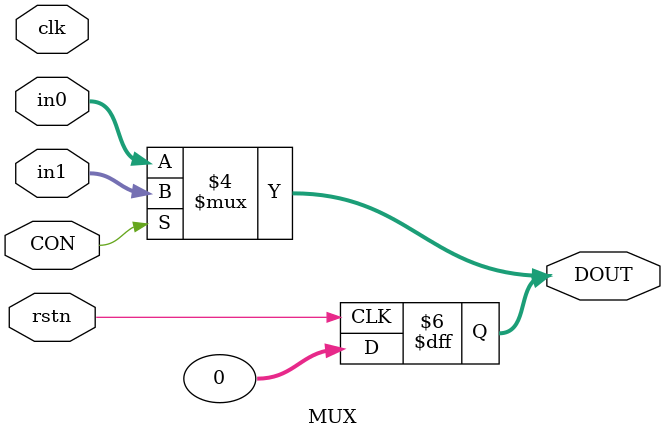
<source format=v>
module MUX #(
    parameter DWIDTH=32
)(
    input  wire clk,
    input  wire rstn,
    input  wire CON,
    input  wire [DWIDTH-1:0] in0,
    input  wire [DWIDTH-1:0] in1,
    output reg  [DWIDTH-1:0] DOUT
);

always @(posedge rstn) begin
	DOUT=32'b0;
end

always @(*) begin
    if (CON) begin
        DOUT=in1;
    end
    else
        DOUT=in0;
end

endmodule //MUX
</source>
